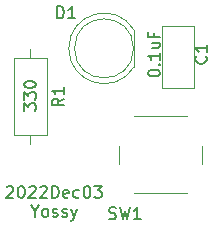
<source format=gto>
G04 #@! TF.GenerationSoftware,KiCad,Pcbnew,(6.0.9-0)*
G04 #@! TF.CreationDate,2022-12-03T16:28:07+09:00*
G04 #@! TF.ProjectId,LEDchika,4c454463-6869-46b6-912e-6b696361645f,rev?*
G04 #@! TF.SameCoordinates,Original*
G04 #@! TF.FileFunction,Legend,Top*
G04 #@! TF.FilePolarity,Positive*
%FSLAX46Y46*%
G04 Gerber Fmt 4.6, Leading zero omitted, Abs format (unit mm)*
G04 Created by KiCad (PCBNEW (6.0.9-0)) date 2022-12-03 16:28:07*
%MOMM*%
%LPD*%
G01*
G04 APERTURE LIST*
%ADD10C,0.150000*%
%ADD11C,0.120000*%
%ADD12C,1.600000*%
%ADD13O,1.600000X1.600000*%
%ADD14R,1.800000X1.800000*%
%ADD15C,1.800000*%
%ADD16C,2.000000*%
G04 APERTURE END LIST*
D10*
X141952380Y-120285714D02*
X141952380Y-119666666D01*
X142333333Y-120000000D01*
X142333333Y-119857142D01*
X142380952Y-119761904D01*
X142428571Y-119714285D01*
X142523809Y-119666666D01*
X142761904Y-119666666D01*
X142857142Y-119714285D01*
X142904761Y-119761904D01*
X142952380Y-119857142D01*
X142952380Y-120142857D01*
X142904761Y-120238095D01*
X142857142Y-120285714D01*
X141952380Y-119333333D02*
X141952380Y-118714285D01*
X142333333Y-119047619D01*
X142333333Y-118904761D01*
X142380952Y-118809523D01*
X142428571Y-118761904D01*
X142523809Y-118714285D01*
X142761904Y-118714285D01*
X142857142Y-118761904D01*
X142904761Y-118809523D01*
X142952380Y-118904761D01*
X142952380Y-119190476D01*
X142904761Y-119285714D01*
X142857142Y-119333333D01*
X141952380Y-118095238D02*
X141952380Y-118000000D01*
X142000000Y-117904761D01*
X142047619Y-117857142D01*
X142142857Y-117809523D01*
X142333333Y-117761904D01*
X142571428Y-117761904D01*
X142761904Y-117809523D01*
X142857142Y-117857142D01*
X142904761Y-117904761D01*
X142952380Y-118000000D01*
X142952380Y-118095238D01*
X142904761Y-118190476D01*
X142857142Y-118238095D01*
X142761904Y-118285714D01*
X142571428Y-118333333D01*
X142333333Y-118333333D01*
X142142857Y-118285714D01*
X142047619Y-118238095D01*
X142000000Y-118190476D01*
X141952380Y-118095238D01*
X152452380Y-117142857D02*
X152452380Y-117047619D01*
X152500000Y-116952380D01*
X152547619Y-116904761D01*
X152642857Y-116857142D01*
X152833333Y-116809523D01*
X153071428Y-116809523D01*
X153261904Y-116857142D01*
X153357142Y-116904761D01*
X153404761Y-116952380D01*
X153452380Y-117047619D01*
X153452380Y-117142857D01*
X153404761Y-117238095D01*
X153357142Y-117285714D01*
X153261904Y-117333333D01*
X153071428Y-117380952D01*
X152833333Y-117380952D01*
X152642857Y-117333333D01*
X152547619Y-117285714D01*
X152500000Y-117238095D01*
X152452380Y-117142857D01*
X153357142Y-116380952D02*
X153404761Y-116333333D01*
X153452380Y-116380952D01*
X153404761Y-116428571D01*
X153357142Y-116380952D01*
X153452380Y-116380952D01*
X153452380Y-115380952D02*
X153452380Y-115952380D01*
X153452380Y-115666666D02*
X152452380Y-115666666D01*
X152595238Y-115761904D01*
X152690476Y-115857142D01*
X152738095Y-115952380D01*
X152785714Y-114523809D02*
X153452380Y-114523809D01*
X152785714Y-114952380D02*
X153309523Y-114952380D01*
X153404761Y-114904761D01*
X153452380Y-114809523D01*
X153452380Y-114666666D01*
X153404761Y-114571428D01*
X153357142Y-114523809D01*
X152928571Y-113714285D02*
X152928571Y-114047619D01*
X153452380Y-114047619D02*
X152452380Y-114047619D01*
X152452380Y-113571428D01*
X140476190Y-126742619D02*
X140523809Y-126695000D01*
X140619047Y-126647380D01*
X140857142Y-126647380D01*
X140952380Y-126695000D01*
X141000000Y-126742619D01*
X141047619Y-126837857D01*
X141047619Y-126933095D01*
X141000000Y-127075952D01*
X140428571Y-127647380D01*
X141047619Y-127647380D01*
X141666666Y-126647380D02*
X141761904Y-126647380D01*
X141857142Y-126695000D01*
X141904761Y-126742619D01*
X141952380Y-126837857D01*
X142000000Y-127028333D01*
X142000000Y-127266428D01*
X141952380Y-127456904D01*
X141904761Y-127552142D01*
X141857142Y-127599761D01*
X141761904Y-127647380D01*
X141666666Y-127647380D01*
X141571428Y-127599761D01*
X141523809Y-127552142D01*
X141476190Y-127456904D01*
X141428571Y-127266428D01*
X141428571Y-127028333D01*
X141476190Y-126837857D01*
X141523809Y-126742619D01*
X141571428Y-126695000D01*
X141666666Y-126647380D01*
X142380952Y-126742619D02*
X142428571Y-126695000D01*
X142523809Y-126647380D01*
X142761904Y-126647380D01*
X142857142Y-126695000D01*
X142904761Y-126742619D01*
X142952380Y-126837857D01*
X142952380Y-126933095D01*
X142904761Y-127075952D01*
X142333333Y-127647380D01*
X142952380Y-127647380D01*
X143333333Y-126742619D02*
X143380952Y-126695000D01*
X143476190Y-126647380D01*
X143714285Y-126647380D01*
X143809523Y-126695000D01*
X143857142Y-126742619D01*
X143904761Y-126837857D01*
X143904761Y-126933095D01*
X143857142Y-127075952D01*
X143285714Y-127647380D01*
X143904761Y-127647380D01*
X144333333Y-127647380D02*
X144333333Y-126647380D01*
X144571428Y-126647380D01*
X144714285Y-126695000D01*
X144809523Y-126790238D01*
X144857142Y-126885476D01*
X144904761Y-127075952D01*
X144904761Y-127218809D01*
X144857142Y-127409285D01*
X144809523Y-127504523D01*
X144714285Y-127599761D01*
X144571428Y-127647380D01*
X144333333Y-127647380D01*
X145714285Y-127599761D02*
X145619047Y-127647380D01*
X145428571Y-127647380D01*
X145333333Y-127599761D01*
X145285714Y-127504523D01*
X145285714Y-127123571D01*
X145333333Y-127028333D01*
X145428571Y-126980714D01*
X145619047Y-126980714D01*
X145714285Y-127028333D01*
X145761904Y-127123571D01*
X145761904Y-127218809D01*
X145285714Y-127314047D01*
X146619047Y-127599761D02*
X146523809Y-127647380D01*
X146333333Y-127647380D01*
X146238095Y-127599761D01*
X146190476Y-127552142D01*
X146142857Y-127456904D01*
X146142857Y-127171190D01*
X146190476Y-127075952D01*
X146238095Y-127028333D01*
X146333333Y-126980714D01*
X146523809Y-126980714D01*
X146619047Y-127028333D01*
X147238095Y-126647380D02*
X147333333Y-126647380D01*
X147428571Y-126695000D01*
X147476190Y-126742619D01*
X147523809Y-126837857D01*
X147571428Y-127028333D01*
X147571428Y-127266428D01*
X147523809Y-127456904D01*
X147476190Y-127552142D01*
X147428571Y-127599761D01*
X147333333Y-127647380D01*
X147238095Y-127647380D01*
X147142857Y-127599761D01*
X147095238Y-127552142D01*
X147047619Y-127456904D01*
X147000000Y-127266428D01*
X147000000Y-127028333D01*
X147047619Y-126837857D01*
X147095238Y-126742619D01*
X147142857Y-126695000D01*
X147238095Y-126647380D01*
X147904761Y-126647380D02*
X148523809Y-126647380D01*
X148190476Y-127028333D01*
X148333333Y-127028333D01*
X148428571Y-127075952D01*
X148476190Y-127123571D01*
X148523809Y-127218809D01*
X148523809Y-127456904D01*
X148476190Y-127552142D01*
X148428571Y-127599761D01*
X148333333Y-127647380D01*
X148047619Y-127647380D01*
X147952380Y-127599761D01*
X147904761Y-127552142D01*
X142857142Y-128781190D02*
X142857142Y-129257380D01*
X142523809Y-128257380D02*
X142857142Y-128781190D01*
X143190476Y-128257380D01*
X143666666Y-129257380D02*
X143571428Y-129209761D01*
X143523809Y-129162142D01*
X143476190Y-129066904D01*
X143476190Y-128781190D01*
X143523809Y-128685952D01*
X143571428Y-128638333D01*
X143666666Y-128590714D01*
X143809523Y-128590714D01*
X143904761Y-128638333D01*
X143952380Y-128685952D01*
X144000000Y-128781190D01*
X144000000Y-129066904D01*
X143952380Y-129162142D01*
X143904761Y-129209761D01*
X143809523Y-129257380D01*
X143666666Y-129257380D01*
X144380952Y-129209761D02*
X144476190Y-129257380D01*
X144666666Y-129257380D01*
X144761904Y-129209761D01*
X144809523Y-129114523D01*
X144809523Y-129066904D01*
X144761904Y-128971666D01*
X144666666Y-128924047D01*
X144523809Y-128924047D01*
X144428571Y-128876428D01*
X144380952Y-128781190D01*
X144380952Y-128733571D01*
X144428571Y-128638333D01*
X144523809Y-128590714D01*
X144666666Y-128590714D01*
X144761904Y-128638333D01*
X145190476Y-129209761D02*
X145285714Y-129257380D01*
X145476190Y-129257380D01*
X145571428Y-129209761D01*
X145619047Y-129114523D01*
X145619047Y-129066904D01*
X145571428Y-128971666D01*
X145476190Y-128924047D01*
X145333333Y-128924047D01*
X145238095Y-128876428D01*
X145190476Y-128781190D01*
X145190476Y-128733571D01*
X145238095Y-128638333D01*
X145333333Y-128590714D01*
X145476190Y-128590714D01*
X145571428Y-128638333D01*
X145952380Y-128590714D02*
X146190476Y-129257380D01*
X146428571Y-128590714D02*
X146190476Y-129257380D01*
X146095238Y-129495476D01*
X146047619Y-129543095D01*
X145952380Y-129590714D01*
X157357142Y-115666666D02*
X157404761Y-115714285D01*
X157452380Y-115857142D01*
X157452380Y-115952380D01*
X157404761Y-116095238D01*
X157309523Y-116190476D01*
X157214285Y-116238095D01*
X157023809Y-116285714D01*
X156880952Y-116285714D01*
X156690476Y-116238095D01*
X156595238Y-116190476D01*
X156500000Y-116095238D01*
X156452380Y-115952380D01*
X156452380Y-115857142D01*
X156500000Y-115714285D01*
X156547619Y-115666666D01*
X157452380Y-114714285D02*
X157452380Y-115285714D01*
X157452380Y-115000000D02*
X156452380Y-115000000D01*
X156595238Y-115095238D01*
X156690476Y-115190476D01*
X156738095Y-115285714D01*
X145322380Y-119246666D02*
X144846190Y-119580000D01*
X145322380Y-119818095D02*
X144322380Y-119818095D01*
X144322380Y-119437142D01*
X144370000Y-119341904D01*
X144417619Y-119294285D01*
X144512857Y-119246666D01*
X144655714Y-119246666D01*
X144750952Y-119294285D01*
X144798571Y-119341904D01*
X144846190Y-119437142D01*
X144846190Y-119818095D01*
X145322380Y-118294285D02*
X145322380Y-118865714D01*
X145322380Y-118580000D02*
X144322380Y-118580000D01*
X144465238Y-118675238D01*
X144560476Y-118770476D01*
X144608095Y-118865714D01*
X144761904Y-112452380D02*
X144761904Y-111452380D01*
X145000000Y-111452380D01*
X145142857Y-111500000D01*
X145238095Y-111595238D01*
X145285714Y-111690476D01*
X145333333Y-111880952D01*
X145333333Y-112023809D01*
X145285714Y-112214285D01*
X145238095Y-112309523D01*
X145142857Y-112404761D01*
X145000000Y-112452380D01*
X144761904Y-112452380D01*
X146285714Y-112452380D02*
X145714285Y-112452380D01*
X146000000Y-112452380D02*
X146000000Y-111452380D01*
X145904761Y-111595238D01*
X145809523Y-111690476D01*
X145714285Y-111738095D01*
X149166666Y-129404761D02*
X149309523Y-129452380D01*
X149547619Y-129452380D01*
X149642857Y-129404761D01*
X149690476Y-129357142D01*
X149738095Y-129261904D01*
X149738095Y-129166666D01*
X149690476Y-129071428D01*
X149642857Y-129023809D01*
X149547619Y-128976190D01*
X149357142Y-128928571D01*
X149261904Y-128880952D01*
X149214285Y-128833333D01*
X149166666Y-128738095D01*
X149166666Y-128642857D01*
X149214285Y-128547619D01*
X149261904Y-128500000D01*
X149357142Y-128452380D01*
X149595238Y-128452380D01*
X149738095Y-128500000D01*
X150071428Y-128452380D02*
X150309523Y-129452380D01*
X150500000Y-128738095D01*
X150690476Y-129452380D01*
X150928571Y-128452380D01*
X151833333Y-129452380D02*
X151261904Y-129452380D01*
X151547619Y-129452380D02*
X151547619Y-128452380D01*
X151452380Y-128595238D01*
X151357142Y-128690476D01*
X151261904Y-128738095D01*
D11*
X153630000Y-118370000D02*
X153630000Y-113130000D01*
X156370000Y-118370000D02*
X156370000Y-113130000D01*
X153630000Y-113130000D02*
X156370000Y-113130000D01*
X153630000Y-118370000D02*
X156370000Y-118370000D01*
X143870000Y-122350000D02*
X143870000Y-115810000D01*
X143870000Y-115810000D02*
X141130000Y-115810000D01*
X142500000Y-115040000D02*
X142500000Y-115810000D01*
X141130000Y-122350000D02*
X143870000Y-122350000D01*
X142500000Y-123120000D02*
X142500000Y-122350000D01*
X141130000Y-115810000D02*
X141130000Y-122350000D01*
X151290000Y-116545000D02*
X151290000Y-113455000D01*
X145740000Y-114999538D02*
G75*
G03*
X151290000Y-116544830I2990000J-462D01*
G01*
X151290000Y-113455170D02*
G75*
G03*
X145740000Y-115000462I-2560000J-1544830D01*
G01*
X151230000Y-115000000D02*
G75*
G03*
X151230000Y-115000000I-2500000J0D01*
G01*
X157000000Y-124750000D02*
X157000000Y-123250000D01*
X151250000Y-127250000D02*
X155750000Y-127250000D01*
X150000000Y-123250000D02*
X150000000Y-124750000D01*
X155750000Y-120750000D02*
X151250000Y-120750000D01*
%LPC*%
D12*
X155000000Y-117000000D03*
X155000000Y-114500000D03*
X142500000Y-114000000D03*
D13*
X142500000Y-124160000D03*
D14*
X150000000Y-115000000D03*
D15*
X147460000Y-115000000D03*
D16*
X156750000Y-126250000D03*
X150250000Y-126250000D03*
X150250000Y-121750000D03*
X156750000Y-121750000D03*
M02*

</source>
